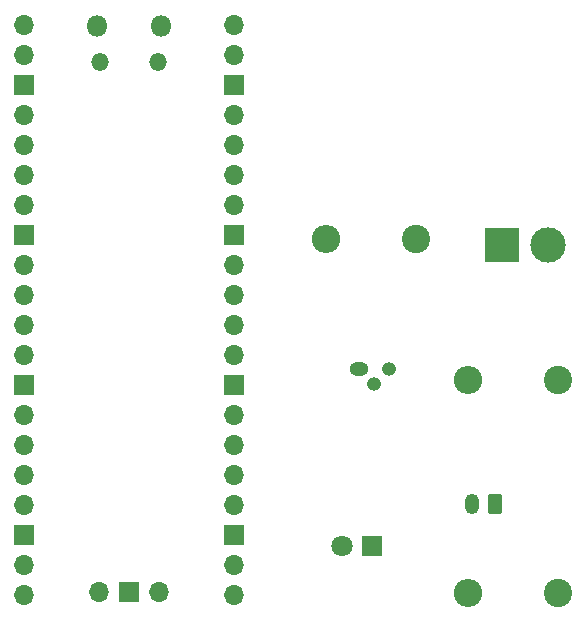
<source format=gbr>
%TF.GenerationSoftware,KiCad,Pcbnew,8.0.1*%
%TF.CreationDate,2024-03-28T11:07:15-03:00*%
%TF.ProjectId,agora vai,61676f72-6120-4766-9169-2e6b69636164,rev?*%
%TF.SameCoordinates,Original*%
%TF.FileFunction,Soldermask,Bot*%
%TF.FilePolarity,Negative*%
%FSLAX46Y46*%
G04 Gerber Fmt 4.6, Leading zero omitted, Abs format (unit mm)*
G04 Created by KiCad (PCBNEW 8.0.1) date 2024-03-28 11:07:15*
%MOMM*%
%LPD*%
G01*
G04 APERTURE LIST*
G04 Aperture macros list*
%AMRoundRect*
0 Rectangle with rounded corners*
0 $1 Rounding radius*
0 $2 $3 $4 $5 $6 $7 $8 $9 X,Y pos of 4 corners*
0 Add a 4 corners polygon primitive as box body*
4,1,4,$2,$3,$4,$5,$6,$7,$8,$9,$2,$3,0*
0 Add four circle primitives for the rounded corners*
1,1,$1+$1,$2,$3*
1,1,$1+$1,$4,$5*
1,1,$1+$1,$6,$7*
1,1,$1+$1,$8,$9*
0 Add four rect primitives between the rounded corners*
20,1,$1+$1,$2,$3,$4,$5,0*
20,1,$1+$1,$4,$5,$6,$7,0*
20,1,$1+$1,$6,$7,$8,$9,0*
20,1,$1+$1,$8,$9,$2,$3,0*%
G04 Aperture macros list end*
%ADD10R,1.800000X1.800000*%
%ADD11C,1.800000*%
%ADD12O,1.600000X1.200000*%
%ADD13O,1.200000X1.200000*%
%ADD14C,2.400000*%
%ADD15O,2.400000X2.400000*%
%ADD16O,1.200000X1.750000*%
%ADD17RoundRect,0.250000X0.350000X0.625000X-0.350000X0.625000X-0.350000X-0.625000X0.350000X-0.625000X0*%
%ADD18O,1.800000X1.800000*%
%ADD19O,1.500000X1.500000*%
%ADD20O,1.700000X1.700000*%
%ADD21R,1.700000X1.700000*%
%ADD22C,3.000000*%
%ADD23R,3.000000X3.000000*%
G04 APERTURE END LIST*
D10*
%TO.C,D1*%
X131540000Y-119000000D03*
D11*
X129000000Y-119000000D03*
%TD*%
D12*
%TO.C,Q1*%
X130460000Y-104000000D03*
D13*
X131730000Y-105270000D03*
X133000000Y-104000000D03*
%TD*%
D14*
%TO.C,R1*%
X135285000Y-93000000D03*
D15*
X127665000Y-93000000D03*
%TD*%
D14*
%TO.C,R2*%
X147285000Y-123000000D03*
D15*
X139665000Y-123000000D03*
%TD*%
D16*
%TO.C,J2*%
X140000000Y-115500000D03*
D17*
X142000000Y-115500000D03*
%TD*%
D18*
%TO.C,REF\u002A\u002A*%
X108275000Y-75000000D03*
D19*
X108575000Y-78030000D03*
X113425000Y-78030000D03*
D18*
X113725000Y-75000000D03*
D20*
X102110000Y-74870000D03*
X102110000Y-77410000D03*
D21*
X102110000Y-79950000D03*
D20*
X102110000Y-82490000D03*
X102110000Y-85030000D03*
X102110000Y-87570000D03*
X102110000Y-90110000D03*
D21*
X102110000Y-92650000D03*
D20*
X102110000Y-95190000D03*
X102110000Y-97730000D03*
X102110000Y-100270000D03*
X102110000Y-102810000D03*
D21*
X102110000Y-105350000D03*
D20*
X102110000Y-107890000D03*
X102110000Y-110430000D03*
X102110000Y-112970000D03*
X102110000Y-115510000D03*
D21*
X102110000Y-118050000D03*
D20*
X102110000Y-120590000D03*
X102110000Y-123130000D03*
X119890000Y-123130000D03*
X119890000Y-120590000D03*
D21*
X119890000Y-118050000D03*
D20*
X119890000Y-115510000D03*
X119890000Y-112970000D03*
X119890000Y-110430000D03*
X119890000Y-107890000D03*
D21*
X119890000Y-105350000D03*
D20*
X119890000Y-102810000D03*
X119890000Y-100270000D03*
X119890000Y-97730000D03*
X119890000Y-95190000D03*
D21*
X119890000Y-92650000D03*
D20*
X119890000Y-90110000D03*
X119890000Y-87570000D03*
X119890000Y-85030000D03*
X119890000Y-82490000D03*
D21*
X119890000Y-79950000D03*
D20*
X119890000Y-77410000D03*
X119890000Y-74870000D03*
X108460000Y-122900000D03*
D21*
X111000000Y-122900000D03*
D20*
X113540000Y-122900000D03*
%TD*%
D22*
%TO.C,J1*%
X146500000Y-93500000D03*
D23*
X142620000Y-93500000D03*
%TD*%
D14*
%TO.C,R3*%
X147285000Y-105000000D03*
D15*
X139665000Y-105000000D03*
%TD*%
M02*

</source>
